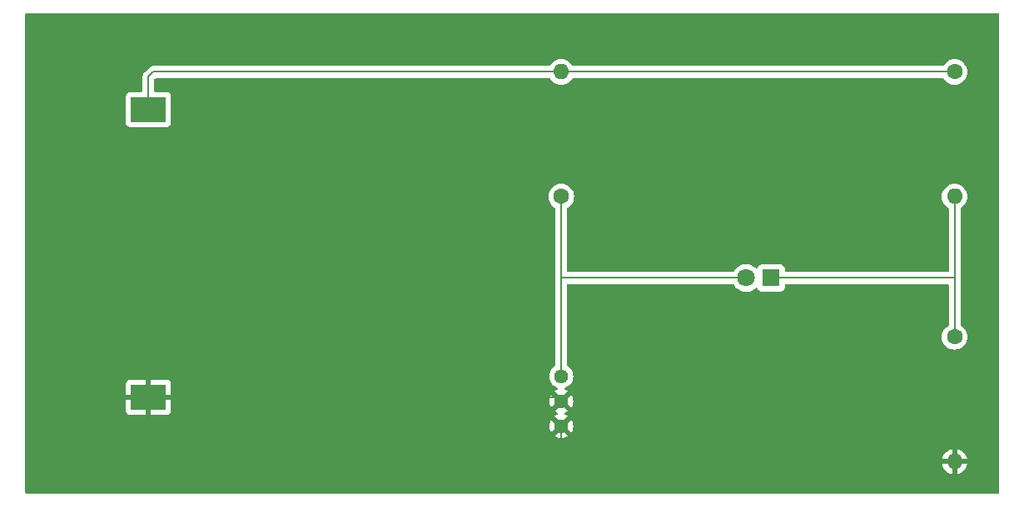
<source format=gbr>
%TF.GenerationSoftware,KiCad,Pcbnew,8.0.7*%
%TF.CreationDate,2025-01-07T09:59:23+09:00*%
%TF.ProjectId,WheatstoneBridge,57686561-7473-4746-9f6e-654272696467,rev?*%
%TF.SameCoordinates,Original*%
%TF.FileFunction,Copper,L1,Top*%
%TF.FilePolarity,Positive*%
%FSLAX46Y46*%
G04 Gerber Fmt 4.6, Leading zero omitted, Abs format (unit mm)*
G04 Created by KiCad (PCBNEW 8.0.7) date 2025-01-07 09:59:23*
%MOMM*%
%LPD*%
G01*
G04 APERTURE LIST*
%TA.AperFunction,ComponentPad*%
%ADD10R,1.800000X1.800000*%
%TD*%
%TA.AperFunction,ComponentPad*%
%ADD11C,1.800000*%
%TD*%
%TA.AperFunction,SMDPad,CuDef*%
%ADD12R,3.600000X2.600000*%
%TD*%
%TA.AperFunction,ComponentPad*%
%ADD13C,1.440000*%
%TD*%
%TA.AperFunction,ComponentPad*%
%ADD14C,1.600000*%
%TD*%
%TA.AperFunction,ComponentPad*%
%ADD15O,1.600000X1.600000*%
%TD*%
%TA.AperFunction,Conductor*%
%ADD16C,0.200000*%
%TD*%
G04 APERTURE END LIST*
D10*
%TO.P,D1,1,K*%
%TO.N,Net-(D1-K)*%
X176350000Y-77500000D03*
D11*
%TO.P,D1,2,A*%
%TO.N,Net-(D1-A)*%
X173810000Y-77500000D03*
%TD*%
D12*
%TO.P,BT1,1,+*%
%TO.N,VCC*%
X113000000Y-60350000D03*
%TO.P,BT1,2,-*%
%TO.N,GND*%
X113000000Y-89650000D03*
%TD*%
D13*
%TO.P,RV1,1,1*%
%TO.N,GND*%
X155000000Y-92580000D03*
%TO.P,RV1,2,2*%
X155000000Y-90040000D03*
%TO.P,RV1,3,3*%
%TO.N,Net-(D1-A)*%
X155000000Y-87500000D03*
%TD*%
D14*
%TO.P,R1,1*%
%TO.N,Net-(D1-A)*%
X155000000Y-69200000D03*
D15*
%TO.P,R1,2*%
%TO.N,VCC*%
X155000000Y-56500000D03*
%TD*%
D14*
%TO.P,R3,1*%
%TO.N,Net-(D1-K)*%
X195000000Y-83500000D03*
D15*
%TO.P,R3,2*%
%TO.N,GND*%
X195000000Y-96200000D03*
%TD*%
D14*
%TO.P,R2,1*%
%TO.N,VCC*%
X195000000Y-56500000D03*
D15*
%TO.P,R2,2*%
%TO.N,Net-(D1-K)*%
X195000000Y-69200000D03*
%TD*%
D16*
%TO.N,GND*%
X156200000Y-96200000D02*
X193500000Y-96200000D01*
X155000000Y-95000000D02*
X156200000Y-96200000D01*
X155000000Y-92580000D02*
X155000000Y-95000000D01*
X113000000Y-89650000D02*
X154610000Y-89650000D01*
X154610000Y-89650000D02*
X155000000Y-90040000D01*
%TO.N,VCC*%
X155000000Y-56500000D02*
X195000000Y-56500000D01*
X113000000Y-57000000D02*
X113500000Y-56500000D01*
X113000000Y-60350000D02*
X113000000Y-57000000D01*
X113500000Y-56500000D02*
X155000000Y-56500000D01*
%TO.N,Net-(D1-K)*%
X195000000Y-77500000D02*
X195000000Y-83500000D01*
X195000000Y-69200000D02*
X195000000Y-77500000D01*
X176350000Y-77500000D02*
X195000000Y-77500000D01*
%TO.N,Net-(D1-A)*%
X155000000Y-69200000D02*
X155000000Y-77500000D01*
X155000000Y-77500000D02*
X173810000Y-77500000D01*
X155000000Y-77500000D02*
X155000000Y-87500000D01*
%TD*%
%TA.AperFunction,Conductor*%
%TO.N,GND*%
G36*
X199442539Y-50520185D02*
G01*
X199488294Y-50572989D01*
X199499500Y-50624500D01*
X199499500Y-99375500D01*
X199479815Y-99442539D01*
X199427011Y-99488294D01*
X199375500Y-99499500D01*
X100624500Y-99499500D01*
X100557461Y-99479815D01*
X100511706Y-99427011D01*
X100500500Y-99375500D01*
X100500500Y-95949999D01*
X193721127Y-95949999D01*
X193721128Y-95950000D01*
X194684314Y-95950000D01*
X194679920Y-95954394D01*
X194627259Y-96045606D01*
X194600000Y-96147339D01*
X194600000Y-96252661D01*
X194627259Y-96354394D01*
X194679920Y-96445606D01*
X194684314Y-96450000D01*
X193721128Y-96450000D01*
X193773730Y-96646317D01*
X193773734Y-96646326D01*
X193869865Y-96852482D01*
X194000342Y-97038820D01*
X194161179Y-97199657D01*
X194347517Y-97330134D01*
X194553673Y-97426265D01*
X194553682Y-97426269D01*
X194749999Y-97478872D01*
X194750000Y-97478871D01*
X194750000Y-96515686D01*
X194754394Y-96520080D01*
X194845606Y-96572741D01*
X194947339Y-96600000D01*
X195052661Y-96600000D01*
X195154394Y-96572741D01*
X195245606Y-96520080D01*
X195250000Y-96515686D01*
X195250000Y-97478872D01*
X195446317Y-97426269D01*
X195446326Y-97426265D01*
X195652482Y-97330134D01*
X195838820Y-97199657D01*
X195999657Y-97038820D01*
X196130134Y-96852482D01*
X196226265Y-96646326D01*
X196226269Y-96646317D01*
X196278872Y-96450000D01*
X195315686Y-96450000D01*
X195320080Y-96445606D01*
X195372741Y-96354394D01*
X195400000Y-96252661D01*
X195400000Y-96147339D01*
X195372741Y-96045606D01*
X195320080Y-95954394D01*
X195315686Y-95950000D01*
X196278872Y-95950000D01*
X196278872Y-95949999D01*
X196226269Y-95753682D01*
X196226265Y-95753673D01*
X196130134Y-95547517D01*
X195999657Y-95361179D01*
X195838820Y-95200342D01*
X195652482Y-95069865D01*
X195446328Y-94973734D01*
X195250000Y-94921127D01*
X195250000Y-95884314D01*
X195245606Y-95879920D01*
X195154394Y-95827259D01*
X195052661Y-95800000D01*
X194947339Y-95800000D01*
X194845606Y-95827259D01*
X194754394Y-95879920D01*
X194750000Y-95884314D01*
X194750000Y-94921127D01*
X194553671Y-94973734D01*
X194347517Y-95069865D01*
X194161179Y-95200342D01*
X194000342Y-95361179D01*
X193869865Y-95547517D01*
X193773734Y-95753673D01*
X193773730Y-95753682D01*
X193721127Y-95949999D01*
X100500500Y-95949999D01*
X100500500Y-90997844D01*
X110700000Y-90997844D01*
X110706401Y-91057372D01*
X110706403Y-91057379D01*
X110756645Y-91192086D01*
X110756649Y-91192093D01*
X110842809Y-91307187D01*
X110842812Y-91307190D01*
X110957906Y-91393350D01*
X110957913Y-91393354D01*
X111092620Y-91443596D01*
X111092627Y-91443598D01*
X111152155Y-91449999D01*
X111152172Y-91450000D01*
X112750000Y-91450000D01*
X113250000Y-91450000D01*
X114847828Y-91450000D01*
X114847844Y-91449999D01*
X114907372Y-91443598D01*
X114907379Y-91443596D01*
X115042086Y-91393354D01*
X115042093Y-91393350D01*
X115157187Y-91307190D01*
X115157190Y-91307187D01*
X115243350Y-91192093D01*
X115243354Y-91192086D01*
X115293596Y-91057379D01*
X115293598Y-91057372D01*
X115299999Y-90997844D01*
X115300000Y-90997827D01*
X115300000Y-89900000D01*
X113250000Y-89900000D01*
X113250000Y-91450000D01*
X112750000Y-91450000D01*
X112750000Y-89900000D01*
X110700000Y-89900000D01*
X110700000Y-90997844D01*
X100500500Y-90997844D01*
X100500500Y-88302155D01*
X110700000Y-88302155D01*
X110700000Y-89400000D01*
X112750000Y-89400000D01*
X113250000Y-89400000D01*
X115300000Y-89400000D01*
X115300000Y-88302172D01*
X115299999Y-88302155D01*
X115293598Y-88242627D01*
X115293596Y-88242620D01*
X115243354Y-88107913D01*
X115243350Y-88107906D01*
X115157190Y-87992812D01*
X115157187Y-87992809D01*
X115042093Y-87906649D01*
X115042086Y-87906645D01*
X114907379Y-87856403D01*
X114907372Y-87856401D01*
X114847844Y-87850000D01*
X113250000Y-87850000D01*
X113250000Y-89400000D01*
X112750000Y-89400000D01*
X112750000Y-87850000D01*
X111152155Y-87850000D01*
X111092627Y-87856401D01*
X111092620Y-87856403D01*
X110957913Y-87906645D01*
X110957906Y-87906649D01*
X110842812Y-87992809D01*
X110842809Y-87992812D01*
X110756649Y-88107906D01*
X110756645Y-88107913D01*
X110706403Y-88242620D01*
X110706401Y-88242627D01*
X110700000Y-88302155D01*
X100500500Y-88302155D01*
X100500500Y-69199998D01*
X153694532Y-69199998D01*
X153694532Y-69200001D01*
X153714364Y-69426686D01*
X153714366Y-69426697D01*
X153773258Y-69646488D01*
X153773261Y-69646497D01*
X153869431Y-69852732D01*
X153869432Y-69852734D01*
X153999954Y-70039141D01*
X154160858Y-70200045D01*
X154160861Y-70200047D01*
X154346624Y-70330118D01*
X154390248Y-70384693D01*
X154399500Y-70431692D01*
X154399500Y-86365969D01*
X154379815Y-86433008D01*
X154346623Y-86467544D01*
X154212478Y-86561472D01*
X154061472Y-86712478D01*
X153938977Y-86887421D01*
X153848725Y-87080968D01*
X153848721Y-87080977D01*
X153793452Y-87287247D01*
X153793450Y-87287258D01*
X153774838Y-87499998D01*
X153774838Y-87500001D01*
X153793450Y-87712741D01*
X153793452Y-87712752D01*
X153848721Y-87919022D01*
X153848723Y-87919026D01*
X153848724Y-87919030D01*
X153883128Y-87992809D01*
X153938977Y-88112578D01*
X154061472Y-88287521D01*
X154212478Y-88438527D01*
X154212481Y-88438529D01*
X154387419Y-88561021D01*
X154387421Y-88561022D01*
X154387420Y-88561022D01*
X154451936Y-88591106D01*
X154580970Y-88651276D01*
X154580983Y-88651279D01*
X154586064Y-88653130D01*
X154585390Y-88654978D01*
X154637680Y-88686857D01*
X154668204Y-88749707D01*
X154659903Y-88819082D01*
X154615413Y-88872956D01*
X154585904Y-88886432D01*
X154586236Y-88887342D01*
X154581140Y-88889197D01*
X154387671Y-88979412D01*
X154387669Y-88979413D01*
X154331969Y-89018415D01*
X154331968Y-89018415D01*
X154953554Y-89640000D01*
X154947339Y-89640000D01*
X154845606Y-89667259D01*
X154754394Y-89719920D01*
X154679920Y-89794394D01*
X154627259Y-89885606D01*
X154600000Y-89987339D01*
X154600000Y-89993553D01*
X153978415Y-89371968D01*
X153978415Y-89371969D01*
X153939413Y-89427669D01*
X153939412Y-89427671D01*
X153849197Y-89621140D01*
X153849194Y-89621146D01*
X153793945Y-89827337D01*
X153793944Y-89827345D01*
X153775340Y-90039997D01*
X153775340Y-90040002D01*
X153793944Y-90252654D01*
X153793945Y-90252662D01*
X153849194Y-90458853D01*
X153849197Y-90458859D01*
X153939413Y-90652329D01*
X153978415Y-90708030D01*
X154600000Y-90086445D01*
X154600000Y-90092661D01*
X154627259Y-90194394D01*
X154679920Y-90285606D01*
X154754394Y-90360080D01*
X154845606Y-90412741D01*
X154947339Y-90440000D01*
X154953554Y-90440000D01*
X154331968Y-91061584D01*
X154387663Y-91100582D01*
X154387669Y-91100586D01*
X154581140Y-91190802D01*
X154586236Y-91192658D01*
X154585643Y-91194285D01*
X154638645Y-91226596D01*
X154669170Y-91289445D01*
X154660871Y-91358820D01*
X154616383Y-91412695D01*
X154585961Y-91426587D01*
X154586236Y-91427342D01*
X154581140Y-91429197D01*
X154387671Y-91519412D01*
X154387669Y-91519413D01*
X154331969Y-91558415D01*
X154331968Y-91558415D01*
X154953554Y-92180000D01*
X154947339Y-92180000D01*
X154845606Y-92207259D01*
X154754394Y-92259920D01*
X154679920Y-92334394D01*
X154627259Y-92425606D01*
X154600000Y-92527339D01*
X154600000Y-92533553D01*
X153978415Y-91911968D01*
X153978415Y-91911969D01*
X153939413Y-91967669D01*
X153939412Y-91967671D01*
X153849197Y-92161140D01*
X153849194Y-92161146D01*
X153793945Y-92367337D01*
X153793944Y-92367345D01*
X153775340Y-92579997D01*
X153775340Y-92580002D01*
X153793944Y-92792654D01*
X153793945Y-92792662D01*
X153849194Y-92998853D01*
X153849197Y-92998859D01*
X153939413Y-93192329D01*
X153978415Y-93248030D01*
X154600000Y-92626445D01*
X154600000Y-92632661D01*
X154627259Y-92734394D01*
X154679920Y-92825606D01*
X154754394Y-92900080D01*
X154845606Y-92952741D01*
X154947339Y-92980000D01*
X154953554Y-92980000D01*
X154331968Y-93601584D01*
X154387663Y-93640582D01*
X154387669Y-93640586D01*
X154581140Y-93730802D01*
X154581146Y-93730805D01*
X154787337Y-93786054D01*
X154787345Y-93786055D01*
X154999998Y-93804660D01*
X155000002Y-93804660D01*
X155212654Y-93786055D01*
X155212662Y-93786054D01*
X155418853Y-93730805D01*
X155418864Y-93730801D01*
X155612325Y-93640589D01*
X155668030Y-93601583D01*
X155046447Y-92980000D01*
X155052661Y-92980000D01*
X155154394Y-92952741D01*
X155245606Y-92900080D01*
X155320080Y-92825606D01*
X155372741Y-92734394D01*
X155400000Y-92632661D01*
X155400000Y-92626446D01*
X156021583Y-93248029D01*
X156060589Y-93192325D01*
X156150801Y-92998864D01*
X156150805Y-92998853D01*
X156206054Y-92792662D01*
X156206055Y-92792654D01*
X156224660Y-92580002D01*
X156224660Y-92579997D01*
X156206055Y-92367345D01*
X156206054Y-92367337D01*
X156150805Y-92161146D01*
X156150802Y-92161140D01*
X156060586Y-91967669D01*
X156060582Y-91967663D01*
X156021584Y-91911968D01*
X155400000Y-92533552D01*
X155400000Y-92527339D01*
X155372741Y-92425606D01*
X155320080Y-92334394D01*
X155245606Y-92259920D01*
X155154394Y-92207259D01*
X155052661Y-92180000D01*
X155046447Y-92180000D01*
X155668030Y-91558415D01*
X155612329Y-91519413D01*
X155418859Y-91429197D01*
X155413764Y-91427342D01*
X155414357Y-91425712D01*
X155361361Y-91393412D01*
X155330830Y-91330565D01*
X155339124Y-91261190D01*
X155383608Y-91207311D01*
X155414039Y-91193413D01*
X155413764Y-91192658D01*
X155418864Y-91190801D01*
X155612325Y-91100589D01*
X155668030Y-91061583D01*
X155046447Y-90440000D01*
X155052661Y-90440000D01*
X155154394Y-90412741D01*
X155245606Y-90360080D01*
X155320080Y-90285606D01*
X155372741Y-90194394D01*
X155400000Y-90092661D01*
X155400000Y-90086446D01*
X156021583Y-90708029D01*
X156060589Y-90652325D01*
X156150801Y-90458864D01*
X156150805Y-90458853D01*
X156206054Y-90252662D01*
X156206055Y-90252654D01*
X156224660Y-90040002D01*
X156224660Y-90039997D01*
X156206055Y-89827345D01*
X156206054Y-89827337D01*
X156150805Y-89621146D01*
X156150802Y-89621140D01*
X156060586Y-89427669D01*
X156060582Y-89427663D01*
X156021584Y-89371968D01*
X155400000Y-89993552D01*
X155400000Y-89987339D01*
X155372741Y-89885606D01*
X155320080Y-89794394D01*
X155245606Y-89719920D01*
X155154394Y-89667259D01*
X155052661Y-89640000D01*
X155046447Y-89640000D01*
X155668030Y-89018415D01*
X155612329Y-88979413D01*
X155418859Y-88889197D01*
X155413764Y-88887342D01*
X155414455Y-88885443D01*
X155362325Y-88853667D01*
X155331797Y-88790820D01*
X155340093Y-88721444D01*
X155384579Y-88667567D01*
X155414257Y-88654014D01*
X155413936Y-88653130D01*
X155419013Y-88651280D01*
X155419030Y-88651276D01*
X155612581Y-88561021D01*
X155787519Y-88438529D01*
X155938529Y-88287519D01*
X156061021Y-88112581D01*
X156151276Y-87919030D01*
X156206549Y-87712747D01*
X156225162Y-87500000D01*
X156206549Y-87287253D01*
X156151276Y-87080970D01*
X156061021Y-86887419D01*
X155938529Y-86712481D01*
X155938527Y-86712478D01*
X155787521Y-86561472D01*
X155653377Y-86467544D01*
X155609752Y-86412967D01*
X155600500Y-86365969D01*
X155600500Y-78224500D01*
X155620185Y-78157461D01*
X155672989Y-78111706D01*
X155724500Y-78100500D01*
X172463199Y-78100500D01*
X172530238Y-78120185D01*
X172572253Y-78165481D01*
X172574075Y-78168848D01*
X172701016Y-78363147D01*
X172701019Y-78363151D01*
X172701021Y-78363153D01*
X172858216Y-78533913D01*
X172858219Y-78533915D01*
X172858222Y-78533918D01*
X173041365Y-78676464D01*
X173041371Y-78676468D01*
X173041374Y-78676470D01*
X173245497Y-78786936D01*
X173359487Y-78826068D01*
X173465015Y-78862297D01*
X173465017Y-78862297D01*
X173465019Y-78862298D01*
X173693951Y-78900500D01*
X173693952Y-78900500D01*
X173926048Y-78900500D01*
X173926049Y-78900500D01*
X174154981Y-78862298D01*
X174374503Y-78786936D01*
X174578626Y-78676470D01*
X174761784Y-78533913D01*
X174770130Y-78524846D01*
X174830010Y-78488854D01*
X174899849Y-78490949D01*
X174957468Y-78530469D01*
X174977544Y-78565491D01*
X175006203Y-78642330D01*
X175006206Y-78642335D01*
X175092452Y-78757544D01*
X175092455Y-78757547D01*
X175207664Y-78843793D01*
X175207671Y-78843797D01*
X175342517Y-78894091D01*
X175342516Y-78894091D01*
X175349444Y-78894835D01*
X175402127Y-78900500D01*
X177297872Y-78900499D01*
X177357483Y-78894091D01*
X177492331Y-78843796D01*
X177607546Y-78757546D01*
X177693796Y-78642331D01*
X177744091Y-78507483D01*
X177750500Y-78447873D01*
X177750500Y-78224500D01*
X177770185Y-78157461D01*
X177822989Y-78111706D01*
X177874500Y-78100500D01*
X194275500Y-78100500D01*
X194342539Y-78120185D01*
X194388294Y-78172989D01*
X194399500Y-78224500D01*
X194399500Y-82268306D01*
X194379815Y-82335345D01*
X194346623Y-82369881D01*
X194160859Y-82499953D01*
X193999954Y-82660858D01*
X193869432Y-82847265D01*
X193869431Y-82847267D01*
X193773261Y-83053502D01*
X193773258Y-83053511D01*
X193714366Y-83273302D01*
X193714364Y-83273313D01*
X193694532Y-83499998D01*
X193694532Y-83500001D01*
X193714364Y-83726686D01*
X193714366Y-83726697D01*
X193773258Y-83946488D01*
X193773261Y-83946497D01*
X193869431Y-84152732D01*
X193869432Y-84152734D01*
X193999954Y-84339141D01*
X194160858Y-84500045D01*
X194160861Y-84500047D01*
X194347266Y-84630568D01*
X194553504Y-84726739D01*
X194773308Y-84785635D01*
X194935230Y-84799801D01*
X194999998Y-84805468D01*
X195000000Y-84805468D01*
X195000002Y-84805468D01*
X195056673Y-84800509D01*
X195226692Y-84785635D01*
X195446496Y-84726739D01*
X195652734Y-84630568D01*
X195839139Y-84500047D01*
X196000047Y-84339139D01*
X196130568Y-84152734D01*
X196226739Y-83946496D01*
X196285635Y-83726692D01*
X196305468Y-83500000D01*
X196285635Y-83273308D01*
X196226739Y-83053504D01*
X196130568Y-82847266D01*
X196000047Y-82660861D01*
X196000045Y-82660858D01*
X195839140Y-82499953D01*
X195653377Y-82369881D01*
X195609752Y-82315304D01*
X195600500Y-82268306D01*
X195600500Y-70431692D01*
X195620185Y-70364653D01*
X195653374Y-70330119D01*
X195839139Y-70200047D01*
X196000047Y-70039139D01*
X196130568Y-69852734D01*
X196226739Y-69646496D01*
X196285635Y-69426692D01*
X196305468Y-69200000D01*
X196285635Y-68973308D01*
X196226739Y-68753504D01*
X196130568Y-68547266D01*
X196000047Y-68360861D01*
X196000045Y-68360858D01*
X195839141Y-68199954D01*
X195652734Y-68069432D01*
X195652732Y-68069431D01*
X195446497Y-67973261D01*
X195446488Y-67973258D01*
X195226697Y-67914366D01*
X195226693Y-67914365D01*
X195226692Y-67914365D01*
X195226691Y-67914364D01*
X195226686Y-67914364D01*
X195000002Y-67894532D01*
X194999998Y-67894532D01*
X194773313Y-67914364D01*
X194773302Y-67914366D01*
X194553511Y-67973258D01*
X194553502Y-67973261D01*
X194347267Y-68069431D01*
X194347265Y-68069432D01*
X194160858Y-68199954D01*
X193999954Y-68360858D01*
X193869432Y-68547265D01*
X193869431Y-68547267D01*
X193773261Y-68753502D01*
X193773258Y-68753511D01*
X193714366Y-68973302D01*
X193714364Y-68973313D01*
X193694532Y-69199998D01*
X193694532Y-69200001D01*
X193714364Y-69426686D01*
X193714366Y-69426697D01*
X193773258Y-69646488D01*
X193773261Y-69646497D01*
X193869431Y-69852732D01*
X193869432Y-69852734D01*
X193999954Y-70039141D01*
X194160858Y-70200045D01*
X194160861Y-70200047D01*
X194346624Y-70330118D01*
X194390248Y-70384693D01*
X194399500Y-70431692D01*
X194399500Y-76775500D01*
X194379815Y-76842539D01*
X194327011Y-76888294D01*
X194275500Y-76899500D01*
X177874499Y-76899500D01*
X177807460Y-76879815D01*
X177761705Y-76827011D01*
X177750499Y-76775500D01*
X177750499Y-76552129D01*
X177750498Y-76552123D01*
X177746492Y-76514858D01*
X177744091Y-76492517D01*
X177734233Y-76466087D01*
X177693797Y-76357671D01*
X177693793Y-76357664D01*
X177607547Y-76242455D01*
X177607544Y-76242452D01*
X177492335Y-76156206D01*
X177492328Y-76156202D01*
X177357482Y-76105908D01*
X177357483Y-76105908D01*
X177297883Y-76099501D01*
X177297881Y-76099500D01*
X177297873Y-76099500D01*
X177297864Y-76099500D01*
X175402129Y-76099500D01*
X175402123Y-76099501D01*
X175342516Y-76105908D01*
X175207671Y-76156202D01*
X175207664Y-76156206D01*
X175092455Y-76242452D01*
X175092452Y-76242455D01*
X175006206Y-76357664D01*
X175006203Y-76357670D01*
X174977544Y-76434508D01*
X174935672Y-76490441D01*
X174870208Y-76514858D01*
X174801935Y-76500006D01*
X174770135Y-76475158D01*
X174761784Y-76466087D01*
X174761778Y-76466082D01*
X174761777Y-76466081D01*
X174578634Y-76323535D01*
X174578628Y-76323531D01*
X174374504Y-76213064D01*
X174374495Y-76213061D01*
X174154984Y-76137702D01*
X173964450Y-76105908D01*
X173926049Y-76099500D01*
X173693951Y-76099500D01*
X173655550Y-76105908D01*
X173465015Y-76137702D01*
X173245504Y-76213061D01*
X173245495Y-76213064D01*
X173041371Y-76323531D01*
X173041365Y-76323535D01*
X172858222Y-76466081D01*
X172858219Y-76466084D01*
X172858216Y-76466086D01*
X172858216Y-76466087D01*
X172813319Y-76514858D01*
X172701016Y-76636852D01*
X172574075Y-76831151D01*
X172572253Y-76834519D01*
X172523033Y-76884109D01*
X172463199Y-76899500D01*
X155724500Y-76899500D01*
X155657461Y-76879815D01*
X155611706Y-76827011D01*
X155600500Y-76775500D01*
X155600500Y-70431692D01*
X155620185Y-70364653D01*
X155653374Y-70330119D01*
X155839139Y-70200047D01*
X156000047Y-70039139D01*
X156130568Y-69852734D01*
X156226739Y-69646496D01*
X156285635Y-69426692D01*
X156305468Y-69200000D01*
X156285635Y-68973308D01*
X156226739Y-68753504D01*
X156130568Y-68547266D01*
X156000047Y-68360861D01*
X156000045Y-68360858D01*
X155839141Y-68199954D01*
X155652734Y-68069432D01*
X155652732Y-68069431D01*
X155446497Y-67973261D01*
X155446488Y-67973258D01*
X155226697Y-67914366D01*
X155226693Y-67914365D01*
X155226692Y-67914365D01*
X155226691Y-67914364D01*
X155226686Y-67914364D01*
X155000002Y-67894532D01*
X154999998Y-67894532D01*
X154773313Y-67914364D01*
X154773302Y-67914366D01*
X154553511Y-67973258D01*
X154553502Y-67973261D01*
X154347267Y-68069431D01*
X154347265Y-68069432D01*
X154160858Y-68199954D01*
X153999954Y-68360858D01*
X153869432Y-68547265D01*
X153869431Y-68547267D01*
X153773261Y-68753502D01*
X153773258Y-68753511D01*
X153714366Y-68973302D01*
X153714364Y-68973313D01*
X153694532Y-69199998D01*
X100500500Y-69199998D01*
X100500500Y-59002135D01*
X110699500Y-59002135D01*
X110699500Y-61697870D01*
X110699501Y-61697876D01*
X110705908Y-61757483D01*
X110756202Y-61892328D01*
X110756206Y-61892335D01*
X110842452Y-62007544D01*
X110842455Y-62007547D01*
X110957664Y-62093793D01*
X110957671Y-62093797D01*
X111092517Y-62144091D01*
X111092516Y-62144091D01*
X111099444Y-62144835D01*
X111152127Y-62150500D01*
X114847872Y-62150499D01*
X114907483Y-62144091D01*
X115042331Y-62093796D01*
X115157546Y-62007546D01*
X115243796Y-61892331D01*
X115294091Y-61757483D01*
X115300500Y-61697873D01*
X115300499Y-59002128D01*
X115294091Y-58942517D01*
X115243796Y-58807669D01*
X115243795Y-58807668D01*
X115243793Y-58807664D01*
X115157547Y-58692455D01*
X115157544Y-58692452D01*
X115042335Y-58606206D01*
X115042328Y-58606202D01*
X114907482Y-58555908D01*
X114907483Y-58555908D01*
X114847883Y-58549501D01*
X114847881Y-58549500D01*
X114847873Y-58549500D01*
X114847865Y-58549500D01*
X113724500Y-58549500D01*
X113657461Y-58529815D01*
X113611706Y-58477011D01*
X113600500Y-58425500D01*
X113600500Y-57300098D01*
X113620185Y-57233059D01*
X113636819Y-57212416D01*
X113712418Y-57136818D01*
X113773742Y-57103334D01*
X113800099Y-57100500D01*
X153768308Y-57100500D01*
X153835347Y-57120185D01*
X153869880Y-57153374D01*
X153925676Y-57233059D01*
X153999954Y-57339141D01*
X154160858Y-57500045D01*
X154160861Y-57500047D01*
X154347266Y-57630568D01*
X154553504Y-57726739D01*
X154773308Y-57785635D01*
X154935230Y-57799801D01*
X154999998Y-57805468D01*
X155000000Y-57805468D01*
X155000002Y-57805468D01*
X155056673Y-57800509D01*
X155226692Y-57785635D01*
X155446496Y-57726739D01*
X155652734Y-57630568D01*
X155839139Y-57500047D01*
X156000047Y-57339139D01*
X156130118Y-57153375D01*
X156184693Y-57109752D01*
X156231692Y-57100500D01*
X193768308Y-57100500D01*
X193835347Y-57120185D01*
X193869880Y-57153374D01*
X193925676Y-57233059D01*
X193999954Y-57339141D01*
X194160858Y-57500045D01*
X194160861Y-57500047D01*
X194347266Y-57630568D01*
X194553504Y-57726739D01*
X194773308Y-57785635D01*
X194935230Y-57799801D01*
X194999998Y-57805468D01*
X195000000Y-57805468D01*
X195000002Y-57805468D01*
X195056673Y-57800509D01*
X195226692Y-57785635D01*
X195446496Y-57726739D01*
X195652734Y-57630568D01*
X195839139Y-57500047D01*
X196000047Y-57339139D01*
X196130568Y-57152734D01*
X196226739Y-56946496D01*
X196285635Y-56726692D01*
X196305468Y-56500000D01*
X196285635Y-56273308D01*
X196226739Y-56053504D01*
X196130568Y-55847266D01*
X196000047Y-55660861D01*
X196000045Y-55660858D01*
X195839141Y-55499954D01*
X195652734Y-55369432D01*
X195652732Y-55369431D01*
X195446497Y-55273261D01*
X195446488Y-55273258D01*
X195226697Y-55214366D01*
X195226693Y-55214365D01*
X195226692Y-55214365D01*
X195226691Y-55214364D01*
X195226686Y-55214364D01*
X195000002Y-55194532D01*
X194999998Y-55194532D01*
X194773313Y-55214364D01*
X194773302Y-55214366D01*
X194553511Y-55273258D01*
X194553502Y-55273261D01*
X194347267Y-55369431D01*
X194347265Y-55369432D01*
X194160858Y-55499954D01*
X193999954Y-55660858D01*
X193923450Y-55770118D01*
X193869881Y-55846624D01*
X193815307Y-55890248D01*
X193768308Y-55899500D01*
X156231692Y-55899500D01*
X156164653Y-55879815D01*
X156130119Y-55846625D01*
X156000047Y-55660861D01*
X156000045Y-55660858D01*
X155839141Y-55499954D01*
X155652734Y-55369432D01*
X155652732Y-55369431D01*
X155446497Y-55273261D01*
X155446488Y-55273258D01*
X155226697Y-55214366D01*
X155226693Y-55214365D01*
X155226692Y-55214365D01*
X155226691Y-55214364D01*
X155226686Y-55214364D01*
X155000002Y-55194532D01*
X154999998Y-55194532D01*
X154773313Y-55214364D01*
X154773302Y-55214366D01*
X154553511Y-55273258D01*
X154553502Y-55273261D01*
X154347267Y-55369431D01*
X154347265Y-55369432D01*
X154160858Y-55499954D01*
X153999954Y-55660858D01*
X153923450Y-55770118D01*
X153869881Y-55846624D01*
X153815307Y-55890248D01*
X153768308Y-55899500D01*
X113586670Y-55899500D01*
X113586654Y-55899499D01*
X113579058Y-55899499D01*
X113420943Y-55899499D01*
X113344579Y-55919961D01*
X113268214Y-55940423D01*
X113268209Y-55940426D01*
X113131290Y-56019475D01*
X113131282Y-56019481D01*
X112624217Y-56526546D01*
X112624214Y-56526548D01*
X112624215Y-56526549D01*
X112519478Y-56631286D01*
X112469361Y-56718094D01*
X112469359Y-56718096D01*
X112440425Y-56768209D01*
X112440424Y-56768210D01*
X112440423Y-56768215D01*
X112399499Y-56920943D01*
X112399499Y-56920945D01*
X112399499Y-57089046D01*
X112399500Y-57089059D01*
X112399500Y-58425500D01*
X112379815Y-58492539D01*
X112327011Y-58538294D01*
X112275500Y-58549500D01*
X111152129Y-58549500D01*
X111152123Y-58549501D01*
X111092516Y-58555908D01*
X110957671Y-58606202D01*
X110957664Y-58606206D01*
X110842455Y-58692452D01*
X110842452Y-58692455D01*
X110756206Y-58807664D01*
X110756202Y-58807671D01*
X110705908Y-58942517D01*
X110699501Y-59002116D01*
X110699501Y-59002123D01*
X110699500Y-59002135D01*
X100500500Y-59002135D01*
X100500500Y-50624500D01*
X100520185Y-50557461D01*
X100572989Y-50511706D01*
X100624500Y-50500500D01*
X199375500Y-50500500D01*
X199442539Y-50520185D01*
G37*
%TD.AperFunction*%
%TD*%
M02*

</source>
